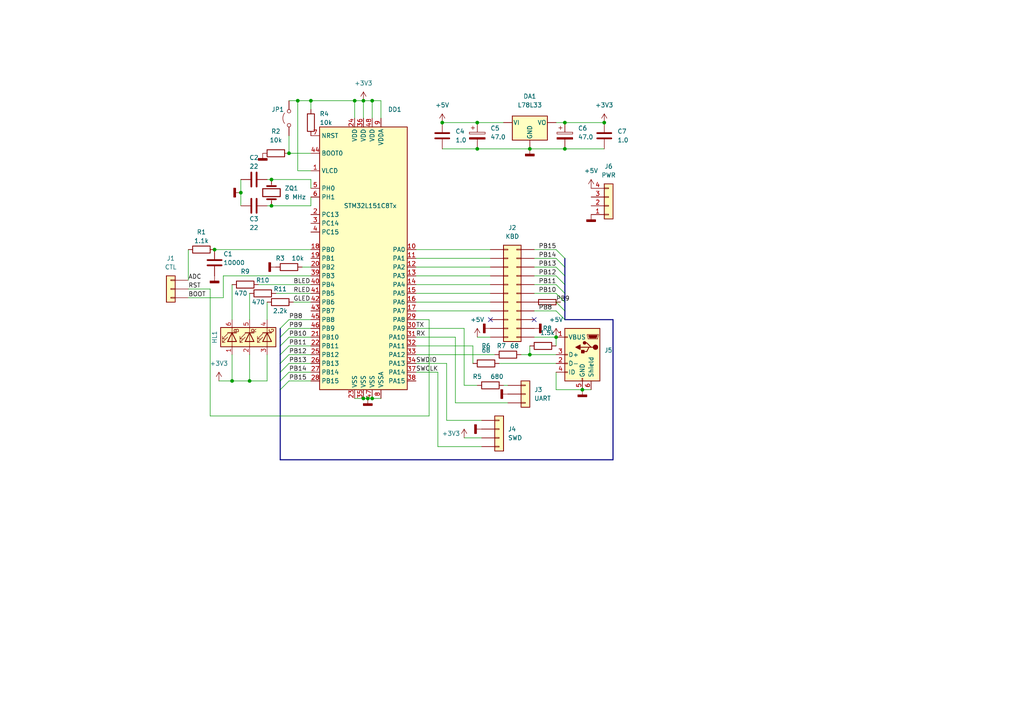
<source format=kicad_sch>
(kicad_sch (version 20211123) (generator eeschema)
  (paper "A4")
  (lib_symbols
    (symbol "Conn_01x04_1" (pin_names (offset 1.016) hide)
      (property "Reference" "J" (at 0 5.08 0))
      (property "Value" "Conn_01x04_1" (at 0 -7.62 0))
      (symbol "Conn_01x04_1_1_1"
        (rectangle (start -1.27 -4.953) (end 0 -5.207) (stroke (width 0.1524)))
        (rectangle (start -1.27 -2.413) (end 0 -2.667) (stroke (width 0.1524)))
        (rectangle (start -1.27 0.127) (end 0 -0.127) (stroke (width 0.1524)))
        (rectangle (start -1.27 2.667) (end 0 2.413) (stroke (width 0.1524)))
        (rectangle (start -1.27 3.81) (end 1.27 -6.35) (stroke (width 0.254)) (fill (type background)))
        (pin passive line (at -5.08 2.54 0) (length 3.81) (name "Pin_1") (number "1"))
        (pin passive line (at -5.08 0 0) (length 3.81) (name "Pin_2") (number "2"))
        (pin passive line (at -5.08 -2.54 0) (length 3.81) (name "Pin_3") (number "3"))
        (pin passive line (at -5.08 -5.08 0) (length 3.81) (name "Pin_4") (number "4"))
      )
    )
    (symbol "Connector:USB_B_Mini" (pin_names (offset 1.016))
      (property "Reference" "J" (at -5.08 11.43 0))
      (property "Value" "USB_B_Mini" (at -5.08 8.89 0))
      (symbol "USB_B_Mini_0_1"
        (rectangle (start -5.08 -7.62) (end 5.08 7.62) (stroke (width 0.254)) (fill (type background)))
        (circle (center -3.81 2.159) (radius 0.635) (stroke (width 0.254)) (fill (type outline)))
        (circle (center -0.635 3.429) (radius 0.381) (stroke (width 0.254)) (fill (type outline)))
        (rectangle (start -0.127 -7.62) (end 0.127 -6.858))
        (polyline (pts (xy -1.905 2.159) (xy 0.635 2.159)) (stroke (width 0.254)))
        (polyline (pts (xy -3.175 2.159) (xy -2.54 2.159) (xy -1.27 3.429) (xy -0.635 3.429)) (stroke (width 0.254)))
        (polyline (pts (xy -2.54 2.159) (xy -1.905 2.159) (xy -1.27 0.889) (xy 0 0.889)) (stroke (width 0.254)))
        (polyline (pts (xy 0.635 2.794) (xy 0.635 1.524) (xy 1.905 2.159) (xy 0.635 2.794)) (stroke (width 0.254)) (fill (type outline)))
        (polyline (pts (xy -4.318 5.588) (xy -1.778 5.588) (xy -2.032 4.826) (xy -4.064 4.826) (xy -4.318 5.588)) (fill (type outline)))
        (polyline (pts (xy -4.699 5.842) (xy -4.699 5.588) (xy -4.445 4.826) (xy -4.445 4.572) (xy -1.651 4.572) (xy -1.651 4.826) (xy -1.397 5.588) (xy -1.397 5.842) (xy -4.699 5.842)))
        (rectangle (start 0.254 1.27) (end -0.508 0.508) (stroke (width 0.254)) (fill (type outline)))
        (rectangle (start 5.08 -5.207) (end 4.318 -4.953))
        (rectangle (start 5.08 -2.667) (end 4.318 -2.413))
        (rectangle (start 5.08 -0.127) (end 4.318 0.127))
        (rectangle (start 5.08 4.953) (end 4.318 5.207))
      )
      (symbol "USB_B_Mini_1_1"
        (pin power_out line (at 7.62 5.08 180) (length 2.54) (name "VBUS") (number "1"))
        (pin bidirectional line (at 7.62 -2.54 180) (length 2.54) (name "D-") (number "2"))
        (pin bidirectional line (at 7.62 0 180) (length 2.54) (name "D+") (number "3"))
        (pin passive line (at 7.62 -5.08 180) (length 2.54) (name "ID") (number "4"))
        (pin power_out line (at 0 -10.16 90) (length 2.54) (name "GND") (number "5"))
        (pin passive line (at -2.54 -10.16 90) (length 2.54) (name "Shield") (number "6"))
      )
    )
    (symbol "Connector_Generic:Conn_01x03" (pin_numbers hide) (pin_names (offset 1.016) hide)
      (property "Reference" "J" (at 0 5.08 0))
      (property "Value" "Conn_01x03" (at 0 -5.08 0))
      (symbol "Conn_01x03_1_1"
        (rectangle (start -1.27 -2.413) (end 0 -2.667) (stroke (width 0.1524)))
        (rectangle (start -1.27 0.127) (end 0 -0.127) (stroke (width 0.1524)))
        (rectangle (start -1.27 2.667) (end 0 2.413) (stroke (width 0.1524)))
        (rectangle (start -1.27 3.81) (end 1.27 -3.81) (stroke (width 0.254)) (fill (type background)))
        (pin passive line (at -5.08 2.54 0) (length 3.81) (name "Pin_1") (number "1"))
        (pin passive line (at -5.08 0 0) (length 3.81) (name "Pin_2") (number "2"))
        (pin passive line (at -5.08 -2.54 0) (length 3.81) (name "Pin_3") (number "3"))
      )
    )
    (symbol "Connector_Generic:Conn_01x04" (pin_numbers hide) (pin_names (offset 1.016) hide)
      (property "Reference" "J" (at 0 5.08 0))
      (property "Value" "Conn_01x04" (at 0 -7.62 0))
      (symbol "Conn_01x04_1_1"
        (rectangle (start -1.27 -4.953) (end 0 -5.207) (stroke (width 0.1524)))
        (rectangle (start -1.27 -2.413) (end 0 -2.667) (stroke (width 0.1524)))
        (rectangle (start -1.27 0.127) (end 0 -0.127) (stroke (width 0.1524)))
        (rectangle (start -1.27 2.667) (end 0 2.413) (stroke (width 0.1524)))
        (rectangle (start -1.27 3.81) (end 1.27 -6.35) (stroke (width 0.254)) (fill (type background)))
        (pin passive line (at -5.08 2.54 0) (length 3.81) (name "Pin_1") (number "1"))
        (pin passive line (at -5.08 0 0) (length 3.81) (name "Pin_2") (number "2"))
        (pin passive line (at -5.08 -2.54 0) (length 3.81) (name "Pin_3") (number "3"))
        (pin passive line (at -5.08 -5.08 0) (length 3.81) (name "Pin_4") (number "4"))
      )
    )
    (symbol "Connector_Generic:Conn_02x11_Odd_Even" (pin_numbers hide) (pin_names (offset 1.016) hide)
      (property "Reference" "J" (at 1.27 15.24 0))
      (property "Value" "Conn_02x11_Odd_Even" (at 1.27 -15.24 0))
      (symbol "Conn_02x11_Odd_Even_1_1"
        (rectangle (start -1.27 -12.573) (end 0 -12.827) (stroke (width 0.1524)))
        (rectangle (start -1.27 -10.033) (end 0 -10.287) (stroke (width 0.1524)))
        (rectangle (start -1.27 -7.493) (end 0 -7.747) (stroke (width 0.1524)))
        (rectangle (start -1.27 -4.953) (end 0 -5.207) (stroke (width 0.1524)))
        (rectangle (start -1.27 -2.413) (end 0 -2.667) (stroke (width 0.1524)))
        (rectangle (start -1.27 0.127) (end 0 -0.127) (stroke (width 0.1524)))
        (rectangle (start -1.27 2.667) (end 0 2.413) (stroke (width 0.1524)))
        (rectangle (start -1.27 5.207) (end 0 4.953) (stroke (width 0.1524)))
        (rectangle (start -1.27 7.747) (end 0 7.493) (stroke (width 0.1524)))
        (rectangle (start -1.27 10.287) (end 0 10.033) (stroke (width 0.1524)))
        (rectangle (start -1.27 12.827) (end 0 12.573) (stroke (width 0.1524)))
        (rectangle (start -1.27 13.97) (end 3.81 -13.97) (stroke (width 0.254)) (fill (type background)))
        (rectangle (start 3.81 -12.573) (end 2.54 -12.827) (stroke (width 0.1524)))
        (rectangle (start 3.81 -10.033) (end 2.54 -10.287) (stroke (width 0.1524)))
        (rectangle (start 3.81 -7.493) (end 2.54 -7.747) (stroke (width 0.1524)))
        (rectangle (start 3.81 -4.953) (end 2.54 -5.207) (stroke (width 0.1524)))
        (rectangle (start 3.81 -2.413) (end 2.54 -2.667) (stroke (width 0.1524)))
        (rectangle (start 3.81 0.127) (end 2.54 -0.127) (stroke (width 0.1524)))
        (rectangle (start 3.81 2.667) (end 2.54 2.413) (stroke (width 0.1524)))
        (rectangle (start 3.81 5.207) (end 2.54 4.953) (stroke (width 0.1524)))
        (rectangle (start 3.81 7.747) (end 2.54 7.493) (stroke (width 0.1524)))
        (rectangle (start 3.81 10.287) (end 2.54 10.033) (stroke (width 0.1524)))
        (rectangle (start 3.81 12.827) (end 2.54 12.573) (stroke (width 0.1524)))
        (pin passive line (at -5.08 12.7 0) (length 3.81) (name "Pin_1") (number "1"))
        (pin passive line (at 7.62 2.54 180) (length 3.81) (name "Pin_10") (number "10"))
        (pin passive line (at -5.08 0 0) (length 3.81) (name "Pin_11") (number "11"))
        (pin passive line (at 7.62 0 180) (length 3.81) (name "Pin_12") (number "12"))
        (pin passive line (at -5.08 -2.54 0) (length 3.81) (name "Pin_13") (number "13"))
        (pin passive line (at 7.62 -2.54 180) (length 3.81) (name "Pin_14") (number "14"))
        (pin passive line (at -5.08 -5.08 0) (length 3.81) (name "Pin_15") (number "15"))
        (pin passive line (at 7.62 -5.08 180) (length 3.81) (name "Pin_16") (number "16"))
        (pin passive line (at -5.08 -7.62 0) (length 3.81) (name "Pin_17") (number "17"))
        (pin passive line (at 7.62 -7.62 180) (length 3.81) (name "Pin_18") (number "18"))
        (pin passive line (at -5.08 -10.16 0) (length 3.81) (name "Pin_19") (number "19"))
        (pin passive line (at 7.62 12.7 180) (length 3.81) (name "Pin_2") (number "2"))
        (pin passive line (at 7.62 -10.16 180) (length 3.81) (name "Pin_20") (number "20"))
        (pin passive line (at -5.08 -12.7 0) (length 3.81) (name "Pin_21") (number "21"))
        (pin passive line (at 7.62 -12.7 180) (length 3.81) (name "Pin_22") (number "22"))
        (pin passive line (at -5.08 10.16 0) (length 3.81) (name "Pin_3") (number "3"))
        (pin passive line (at 7.62 10.16 180) (length 3.81) (name "Pin_4") (number "4"))
        (pin passive line (at -5.08 7.62 0) (length 3.81) (name "Pin_5") (number "5"))
        (pin passive line (at 7.62 7.62 180) (length 3.81) (name "Pin_6") (number "6"))
        (pin passive line (at -5.08 5.08 0) (length 3.81) (name "Pin_7") (number "7"))
        (pin passive line (at 7.62 5.08 180) (length 3.81) (name "Pin_8") (number "8"))
        (pin passive line (at -5.08 2.54 0) (length 3.81) (name "Pin_9") (number "9"))
      )
    )
    (symbol "Device:C" (pin_numbers hide) (pin_names (offset 0.254))
      (property "Reference" "C" (at 0.635 2.54 0))
      (property "Value" "C" (at 0.635 -2.54 0))
      (symbol "C_0_1"
        (polyline (pts (xy -2.032 -0.762) (xy 2.032 -0.762)) (stroke (width 0.508)))
        (polyline (pts (xy -2.032 0.762) (xy 2.032 0.762)) (stroke (width 0.508)))
      )
      (symbol "C_1_1"
        (pin passive line (at 0 3.81 270) (length 2.794) (name "~") (number "1"))
        (pin passive line (at 0 -3.81 90) (length 2.794) (name "~") (number "2"))
      )
    )
    (symbol "Device:C_Polarized" (pin_numbers hide) (pin_names (offset 0.254))
      (property "Reference" "C" (at 0.635 2.54 0))
      (property "Value" "C_Polarized" (at 0.635 -2.54 0))
      (symbol "C_Polarized_0_1"
        (rectangle (start -2.286 0.508) (end 2.286 1.016))
        (polyline (pts (xy -1.778 2.286) (xy -0.762 2.286)))
        (polyline (pts (xy -1.27 2.794) (xy -1.27 1.778)))
        (rectangle (start 2.286 -0.508) (end -2.286 -1.016) (fill (type outline)))
      )
      (symbol "C_Polarized_1_1"
        (pin passive line (at 0 3.81 270) (length 2.794) (name "~") (number "1"))
        (pin passive line (at 0 -3.81 90) (length 2.794) (name "~") (number "2"))
      )
    )
    (symbol "Device:Crystal" (pin_numbers hide) (pin_names (offset 1.016) hide)
      (property "Reference" "Y" (at 0 3.81 0))
      (property "Value" "Crystal" (at 0 -3.81 0))
      (symbol "Crystal_0_1"
        (rectangle (start -1.143 2.54) (end 1.143 -2.54) (stroke (width 0.3048)))
        (polyline (pts (xy -2.54 0) (xy -1.905 0)))
        (polyline (pts (xy -1.905 -1.27) (xy -1.905 1.27)) (stroke (width 0.508)))
        (polyline (pts (xy 1.905 -1.27) (xy 1.905 1.27)) (stroke (width 0.508)))
        (polyline (pts (xy 2.54 0) (xy 1.905 0)))
      )
      (symbol "Crystal_1_1"
        (pin passive line (at -3.81 0 0) (length 1.27) (name "1") (number "1"))
        (pin passive line (at 3.81 0 180) (length 1.27) (name "2") (number "2"))
      )
    )
    (symbol "Device:Fuse" (pin_numbers hide) (pin_names (offset 0))
      (property "Reference" "F" (at 2.032 0 90))
      (property "Value" "Fuse" (at -1.905 0 90))
      (symbol "Fuse_0_1"
        (rectangle (start -0.762 -2.54) (end 0.762 2.54) (stroke (width 0.254)))
        (polyline (pts (xy 0 2.54) (xy 0 -2.54)))
      )
      (symbol "Fuse_1_1"
        (pin passive line (at 0 3.81 270) (length 1.27) (name "~") (number "1"))
        (pin passive line (at 0 -3.81 90) (length 1.27) (name "~") (number "2"))
      )
    )
    (symbol "Device:R" (pin_numbers hide) (pin_names (offset 0))
      (property "Reference" "R" (at 2.032 0 90))
      (property "Value" "R" (at 0 0 90))
      (symbol "R_0_1"
        (rectangle (start -1.016 -2.54) (end 1.016 2.54) (stroke (width 0.254)))
      )
      (symbol "R_1_1"
        (pin passive line (at 0 3.81 270) (length 1.27) (name "~") (number "1"))
        (pin passive line (at 0 -3.81 90) (length 1.27) (name "~") (number "2"))
      )
    )
    (symbol "Jumper:Jumper_2_Open" (pin_numbers hide) (pin_names (offset 0) hide)
      (property "Reference" "JP" (at 0 2.794 0))
      (property "Value" "Jumper_2_Open" (at 0 -2.286 0))
      (symbol "Jumper_2_Open_0_0"
        (circle (center -2.032 0) (radius 0.508))
        (circle (center 2.032 0) (radius 0.508))
      )
      (symbol "Jumper_2_Open_0_1"
        (arc (start 1.524 1.27) (mid 0 1.778) (end -1.524 1.27))
      )
      (symbol "Jumper_2_Open_1_1"
        (pin passive line (at -5.08 0 0) (length 2.54) (name "A") (number "1"))
        (pin passive line (at 5.08 0 180) (length 2.54) (name "B") (number "2"))
      )
    )
    (symbol "LED:SMLVN6RGB" (pin_names (offset 0) hide)
      (property "Reference" "D" (at 0 12.7 0))
      (property "Value" "SMLVN6RGB" (at 0 10.16 0))
      (symbol "SMLVN6RGB_0_0"
        (text "B" (at 1.905 3.81 0) (effects (font (size 1.27 1.27))))
        (text "G" (at 1.905 -6.35 0) (effects (font (size 1.27 1.27))))
        (text "R" (at 1.905 -1.27 0) (effects (font (size 1.27 1.27))))
      )
      (symbol "SMLVN6RGB_0_1"
        (rectangle (start -2.794 8.382) (end 2.794 -7.62) (stroke (width 0.254)) (fill (type background)))
        (rectangle (start -1.27 -1.27) (end -1.27 1.27))
        (rectangle (start -1.27 1.27) (end -1.27 1.27))
        (rectangle (start -1.27 3.81) (end -1.27 6.35))
        (rectangle (start -1.27 6.35) (end -1.27 6.35))
        (polyline (pts (xy -1.27 -5.08) (xy -2.54 -5.08)))
        (polyline (pts (xy -1.27 0) (xy -2.54 0)))
        (polyline (pts (xy -1.27 0) (xy 1.27 0)))
        (polyline (pts (xy -1.27 5.08) (xy -2.54 5.08)))
        (polyline (pts (xy 1.27 -5.08) (xy -1.27 -5.08)))
        (polyline (pts (xy 1.27 -5.08) (xy 2.54 -5.08)))
        (polyline (pts (xy 1.27 -3.81) (xy 1.27 -6.35)) (stroke (width 0.254)))
        (polyline (pts (xy 1.27 0) (xy 2.54 0)))
        (polyline (pts (xy 1.27 1.27) (xy 1.27 -1.27)) (stroke (width 0.254)))
        (polyline (pts (xy 1.27 5.08) (xy -1.27 5.08)))
        (polyline (pts (xy 1.27 5.08) (xy 2.54 5.08)))
        (polyline (pts (xy 1.27 6.35) (xy 1.27 3.81)) (stroke (width 0.254)))
        (polyline (pts (xy 1.27 1.27) (xy 1.27 -1.27) (xy 1.27 -1.27)))
        (polyline (pts (xy 1.27 6.35) (xy 1.27 3.81) (xy 1.27 3.81)))
        (polyline (pts (xy -1.27 -3.81) (xy -1.27 -6.35) (xy 1.27 -5.08) (xy -1.27 -3.81)) (stroke (width 0.254)))
        (polyline (pts (xy -1.27 1.27) (xy -1.27 -1.27) (xy 1.27 0) (xy -1.27 1.27)) (stroke (width 0.254)))
        (polyline (pts (xy -1.27 6.35) (xy -1.27 3.81) (xy 1.27 5.08) (xy -1.27 6.35)) (stroke (width 0.254)))
        (polyline (pts (xy 0 -3.81) (xy -1.524 -2.286) (xy -0.762 -2.286) (xy -1.524 -2.286) (xy -1.524 -3.048)))
        (polyline (pts (xy 0 1.27) (xy -1.524 2.794) (xy -0.762 2.794) (xy -1.524 2.794) (xy -1.524 2.032)))
        (polyline (pts (xy 0 6.35) (xy -1.524 7.874) (xy -0.762 7.874) (xy -1.524 7.874) (xy -1.524 7.112)))
        (polyline (pts (xy 1.016 -3.81) (xy -0.508 -2.286) (xy 0.254 -2.286) (xy -0.508 -2.286) (xy -0.508 -3.048)))
        (polyline (pts (xy 1.016 1.27) (xy -0.508 2.794) (xy 0.254 2.794) (xy -0.508 2.794) (xy -0.508 2.032)))
        (polyline (pts (xy 1.016 6.35) (xy -0.508 7.874) (xy 0.254 7.874) (xy -0.508 7.874) (xy -0.508 7.112)))
      )
      (symbol "SMLVN6RGB_1_1"
        (pin passive line (at -5.08 5.08 0) (length 2.54) (name "BA") (number "1"))
        (pin passive line (at -5.08 0 0) (length 2.54) (name "RA") (number "2"))
        (pin passive line (at -5.08 -5.08 0) (length 2.54) (name "GA") (number "3"))
        (pin passive line (at 5.08 -5.08 180) (length 2.54) (name "GK") (number "4"))
        (pin passive line (at 5.08 0 180) (length 2.54) (name "RK") (number "5"))
        (pin passive line (at 5.08 5.08 180) (length 2.54) (name "BK") (number "6"))
      )
    )
    (symbol "MCU_ST_STM32L1:STM32L151C8Tx"
      (property "Reference" "U" (at -12.7 39.37 0))
      (property "Value" "STM32L151C8Tx" (at 7.62 39.37 0))
      (symbol "STM32L151C8Tx_0_1"
        (rectangle (start -12.7 -38.1) (end 12.7 38.1) (stroke (width 0.254)) (fill (type background)))
      )
      (symbol "STM32L151C8Tx_1_1"
        (pin power_in line (at -15.24 25.4 0) (length 2.54) (name "VLCD") (number "1"))
        (pin bidirectional line (at 15.24 2.54 180) (length 2.54) (name "PA0") (number "10"))
        (pin bidirectional line (at 15.24 0 180) (length 2.54) (name "PA1") (number "11"))
        (pin bidirectional line (at 15.24 -2.54 180) (length 2.54) (name "PA2") (number "12"))
        (pin bidirectional line (at 15.24 -5.08 180) (length 2.54) (name "PA3") (number "13"))
        (pin bidirectional line (at 15.24 -7.62 180) (length 2.54) (name "PA4") (number "14"))
        (pin bidirectional line (at 15.24 -10.16 180) (length 2.54) (name "PA5") (number "15"))
        (pin bidirectional line (at 15.24 -12.7 180) (length 2.54) (name "PA6") (number "16"))
        (pin bidirectional line (at 15.24 -15.24 180) (length 2.54) (name "PA7") (number "17"))
        (pin bidirectional line (at -15.24 2.54 0) (length 2.54) (name "PB0") (number "18"))
        (pin bidirectional line (at -15.24 0 0) (length 2.54) (name "PB1") (number "19"))
        (pin bidirectional line (at -15.24 12.7 0) (length 2.54) (name "PC13") (number "2"))
        (pin bidirectional line (at -15.24 -2.54 0) (length 2.54) (name "PB2") (number "20"))
        (pin bidirectional line (at -15.24 -22.86 0) (length 2.54) (name "PB10") (number "21"))
        (pin bidirectional line (at -15.24 -25.4 0) (length 2.54) (name "PB11") (number "22"))
        (pin power_in line (at -2.54 -40.64 90) (length 2.54) (name "VSS") (number "23"))
        (pin power_in line (at -2.54 40.64 270) (length 2.54) (name "VDD") (number "24"))
        (pin bidirectional line (at -15.24 -27.94 0) (length 2.54) (name "PB12") (number "25"))
        (pin bidirectional line (at -15.24 -30.48 0) (length 2.54) (name "PB13") (number "26"))
        (pin bidirectional line (at -15.24 -33.02 0) (length 2.54) (name "PB14") (number "27"))
        (pin bidirectional line (at -15.24 -35.56 0) (length 2.54) (name "PB15") (number "28"))
        (pin bidirectional line (at 15.24 -17.78 180) (length 2.54) (name "PA8") (number "29"))
        (pin bidirectional line (at -15.24 10.16 0) (length 2.54) (name "PC14") (number "3"))
        (pin bidirectional line (at 15.24 -20.32 180) (length 2.54) (name "PA9") (number "30"))
        (pin bidirectional line (at 15.24 -22.86 180) (length 2.54) (name "PA10") (number "31"))
        (pin bidirectional line (at 15.24 -25.4 180) (length 2.54) (name "PA11") (number "32"))
        (pin bidirectional line (at 15.24 -27.94 180) (length 2.54) (name "PA12") (number "33"))
        (pin bidirectional line (at 15.24 -30.48 180) (length 2.54) (name "PA13") (number "34"))
        (pin power_in line (at 0 -40.64 90) (length 2.54) (name "VSS") (number "35"))
        (pin power_in line (at 0 40.64 270) (length 2.54) (name "VDD") (number "36"))
        (pin bidirectional line (at 15.24 -33.02 180) (length 2.54) (name "PA14") (number "37"))
        (pin bidirectional line (at 15.24 -35.56 180) (length 2.54) (name "PA15") (number "38"))
        (pin bidirectional line (at -15.24 -5.08 0) (length 2.54) (name "PB3") (number "39"))
        (pin bidirectional line (at -15.24 7.62 0) (length 2.54) (name "PC15") (number "4"))
        (pin bidirectional line (at -15.24 -7.62 0) (length 2.54) (name "PB4") (number "40"))
        (pin bidirectional line (at -15.24 -10.16 0) (length 2.54) (name "PB5") (number "41"))
        (pin bidirectional line (at -15.24 -12.7 0) (length 2.54) (name "PB6") (number "42"))
        (pin bidirectional line (at -15.24 -15.24 0) (length 2.54) (name "PB7") (number "43"))
        (pin input line (at -15.24 30.48 0) (length 2.54) (name "BOOT0") (number "44"))
        (pin bidirectional line (at -15.24 -17.78 0) (length 2.54) (name "PB8") (number "45"))
        (pin bidirectional line (at -15.24 -20.32 0) (length 2.54) (name "PB9") (number "46"))
        (pin power_in line (at 2.54 -40.64 90) (length 2.54) (name "VSS") (number "47"))
        (pin power_in line (at 2.54 40.64 270) (length 2.54) (name "VDD") (number "48"))
        (pin input line (at -15.24 20.32 0) (length 2.54) (name "PH0") (number "5"))
        (pin input line (at -15.24 17.78 0) (length 2.54) (name "PH1") (number "6"))
        (pin input line (at -15.24 35.56 0) (length 2.54) (name "NRST") (number "7"))
        (pin power_in line (at 5.08 -40.64 90) (length 2.54) (name "VSSA") (number "8"))
        (pin power_in line (at 5.08 40.64 270) (length 2.54) (name "VDDA") (number "9"))
      )
    )
    (symbol "Regulator_Linear:L78L33_TO92" (pin_numbers hide) (pin_names (offset 0.254))
      (property "Reference" "U" (at -3.81 3.175 0))
      (property "Value" "L78L33_TO92" (at 0 3.175 0))
      (symbol "L78L33_TO92_0_1"
        (rectangle (start -5.08 -5.08) (end 5.08 1.905) (stroke (width 0.254)) (fill (type background)))
      )
      (symbol "L78L33_TO92_1_1"
        (pin power_out line (at 7.62 0 180) (length 2.54) (name "VO") (number "1"))
        (pin power_in line (at 0 -7.62 90) (length 2.54) (name "GND") (number "2"))
        (pin power_in line (at -7.62 0 0) (length 2.54) (name "VI") (number "3"))
      )
    )
    (symbol "power:+3.3V" (power) (pin_names (offset 0))
      (property "Value" "+3.3V" (at 0 3.556 0))
      (symbol "+3.3V_0_1"
        (polyline (pts (xy -0.762 1.27) (xy 0 2.54)))
        (polyline (pts (xy 0 0) (xy 0 2.54)))
        (polyline (pts (xy 0 2.54) (xy 0.762 1.27)))
      )
      (symbol "+3.3V_1_1"
        (pin power_in line (at 0 0 90) (length 0) hide (name "+3V3") (number "1"))
      )
    )
    (symbol "power:+5V" (power) (pin_names (offset 0))
      (property "Value" "+5V" (at 0 3.556 0))
      (symbol "+5V_0_1"
        (polyline (pts (xy -0.762 1.27) (xy 0 2.54)))
        (polyline (pts (xy 0 0) (xy 0 2.54)))
        (polyline (pts (xy 0 2.54) (xy 0.762 1.27)))
      )
      (symbol "+5V_1_1"
        (pin power_in line (at 0 0 90) (length 0) hide (name "+5V") (number "1"))
      )
    )
    (symbol "power:GNDD" (power) (pin_names (offset 0))
      (property "Value" "GNDD" (at 0 -3.175 0))
      (symbol "GNDD_0_1"
        (rectangle (start -1.27 -1.524) (end 1.27 -2.032) (stroke (width 0.254)) (fill (type outline)))
        (polyline (pts (xy 0 0) (xy 0 -1.524)))
      )
      (symbol "GNDD_1_1"
        (pin power_in line (at 0 0 270) (length 0) hide (name "GNDD") (number "1"))
      )
    )
  )
  (junction (at 107.95 29.21))
  (junction (at 106.68 115.57))
  (junction (at 78.74 59.69))
  (junction (at 168.91 113.03))
  (junction (at 69.85 55.88))
  (junction (at 153.67 43.18))
  (junction (at 138.43 43.18))
  (junction (at 72.39 110.49))
  (junction (at 102.87 29.21))
  (junction (at 83.82 44.45))
  (junction (at 105.41 29.21))
  (junction (at 78.74 52.07))
  (junction (at 163.83 35.56))
  (junction (at 128.27 35.56))
  (junction (at 153.67 102.87))
  (junction (at 107.95 115.57))
  (junction (at 86.36 29.21))
  (junction (at 175.26 35.56))
  (junction (at 161.29 97.79))
  (junction (at 67.31 110.49))
  (junction (at 62.23 72.39))
  (junction (at 105.41 115.57))
  (junction (at 90.17 29.21))
  (junction (at 138.43 35.56))
  (junction (at 163.83 43.18))
  (no_connect (at 154.94 92.71))
  (no_connect (at 142.24 92.71))
  (bus_entry (at 161.29 90.17) (size 2.54 2.54))
  (bus_entry (at 161.29 82.55) (size 2.54 2.54))
  (bus_entry (at 161.29 85.09) (size 2.54 2.54))
  (bus_entry (at 161.29 87.63) (size 2.54 2.54))
  (bus_entry (at 161.29 72.39) (size 2.54 2.54))
  (bus_entry (at 161.29 74.93) (size 2.54 2.54))
  (bus_entry (at 161.29 77.47) (size 2.54 2.54))
  (bus_entry (at 161.29 80.01) (size 2.54 2.54))
  (bus_entry (at 81.28 95.25) (size 2.54 -2.54))
  (bus_entry (at 81.28 107.95) (size 2.54 -2.54))
  (bus_entry (at 81.28 110.49) (size 2.54 -2.54))
  (bus_entry (at 81.28 113.03) (size 2.54 -2.54))
  (bus_entry (at 81.28 102.87) (size 2.54 -2.54))
  (bus_entry (at 81.28 105.41) (size 2.54 -2.54))
  (bus_entry (at 81.28 97.79) (size 2.54 -2.54))
  (bus_entry (at 81.28 100.33) (size 2.54 -2.54))
  (wire (pts (xy 105.41 115.57) (xy 106.68 115.57)))
  (bus (pts (xy 81.28 105.41) (xy 81.28 107.95)))
  (wire (pts (xy 83.82 107.95) (xy 90.17 107.95)))
  (bus (pts (xy 163.83 80.01) (xy 163.83 82.55)))
  (wire (pts (xy 107.95 29.21) (xy 105.41 29.21)))
  (wire (pts (xy 129.54 121.92) (xy 139.7 121.92)))
  (bus (pts (xy 177.8 133.35) (xy 177.8 92.71)))
  (bus (pts (xy 163.83 77.47) (xy 163.83 80.01)))
  (wire (pts (xy 83.82 110.49) (xy 90.17 110.49)))
  (wire (pts (xy 120.65 107.95) (xy 127 107.95)))
  (wire (pts (xy 163.83 35.56) (xy 175.26 35.56)))
  (wire (pts (xy 163.83 43.18) (xy 175.26 43.18)))
  (wire (pts (xy 90.17 80.01) (xy 64.77 80.01)))
  (wire (pts (xy 102.87 29.21) (xy 102.87 34.29)))
  (wire (pts (xy 132.08 97.79) (xy 132.08 116.84)))
  (bus (pts (xy 163.83 87.63) (xy 163.83 90.17)))
  (wire (pts (xy 83.82 100.33) (xy 90.17 100.33)))
  (wire (pts (xy 120.65 80.01) (xy 142.24 80.01)))
  (wire (pts (xy 153.67 100.33) (xy 153.67 102.87)))
  (wire (pts (xy 120.65 102.87) (xy 143.51 102.87)))
  (wire (pts (xy 120.65 87.63) (xy 142.24 87.63)))
  (bus (pts (xy 163.83 74.93) (xy 163.83 77.47)))
  (wire (pts (xy 83.82 92.71) (xy 90.17 92.71)))
  (wire (pts (xy 132.08 116.84) (xy 147.32 116.84)))
  (wire (pts (xy 154.94 74.93) (xy 161.29 74.93)))
  (wire (pts (xy 102.87 29.21) (xy 105.41 29.21)))
  (wire (pts (xy 134.62 111.76) (xy 134.62 95.25)))
  (wire (pts (xy 67.31 82.55) (xy 67.31 92.71)))
  (wire (pts (xy 154.94 72.39) (xy 161.29 72.39)))
  (wire (pts (xy 54.61 83.82) (xy 60.96 83.82)))
  (wire (pts (xy 86.36 29.21) (xy 86.36 49.53)))
  (wire (pts (xy 78.74 59.69) (xy 90.17 59.69)))
  (wire (pts (xy 78.74 52.07) (xy 90.17 52.07)))
  (wire (pts (xy 86.36 49.53) (xy 90.17 49.53)))
  (wire (pts (xy 138.43 43.18) (xy 153.67 43.18)))
  (wire (pts (xy 151.13 102.87) (xy 153.67 102.87)))
  (wire (pts (xy 83.82 95.25) (xy 90.17 95.25)))
  (bus (pts (xy 81.28 110.49) (xy 81.28 113.03)))
  (wire (pts (xy 54.61 72.39) (xy 54.61 81.28)))
  (wire (pts (xy 120.65 72.39) (xy 142.24 72.39)))
  (bus (pts (xy 163.83 82.55) (xy 163.83 85.09)))
  (wire (pts (xy 69.85 52.07) (xy 69.85 55.88)))
  (bus (pts (xy 81.28 97.79) (xy 81.28 100.33)))
  (wire (pts (xy 90.17 29.21) (xy 90.17 31.75)))
  (wire (pts (xy 72.39 85.09) (xy 72.39 92.71)))
  (wire (pts (xy 77.47 52.07) (xy 78.74 52.07)))
  (wire (pts (xy 64.77 80.01) (xy 64.77 86.36)))
  (wire (pts (xy 124.46 120.65) (xy 60.96 120.65)))
  (bus (pts (xy 81.28 102.87) (xy 81.28 105.41)))
  (wire (pts (xy 134.62 95.25) (xy 120.65 95.25)))
  (wire (pts (xy 106.68 115.57) (xy 107.95 115.57)))
  (wire (pts (xy 77.47 102.87) (xy 77.47 110.49)))
  (wire (pts (xy 134.62 127) (xy 139.7 127)))
  (wire (pts (xy 161.29 87.63) (xy 162.56 87.63)))
  (wire (pts (xy 120.65 85.09) (xy 142.24 85.09)))
  (wire (pts (xy 83.82 102.87) (xy 90.17 102.87)))
  (wire (pts (xy 80.01 85.09) (xy 90.17 85.09)))
  (wire (pts (xy 161.29 113.03) (xy 168.91 113.03)))
  (wire (pts (xy 62.23 72.39) (xy 90.17 72.39)))
  (wire (pts (xy 83.82 44.45) (xy 90.17 44.45)))
  (wire (pts (xy 77.47 59.69) (xy 78.74 59.69)))
  (bus (pts (xy 81.28 95.25) (xy 81.28 97.79)))
  (wire (pts (xy 60.96 83.82) (xy 60.96 120.65)))
  (wire (pts (xy 110.49 34.29) (xy 110.49 29.21)))
  (wire (pts (xy 138.43 35.56) (xy 146.05 35.56)))
  (wire (pts (xy 120.65 97.79) (xy 132.08 97.79)))
  (bus (pts (xy 177.8 92.71) (xy 163.83 92.71)))
  (wire (pts (xy 83.82 39.37) (xy 83.82 44.45)))
  (wire (pts (xy 138.43 111.76) (xy 134.62 111.76)))
  (wire (pts (xy 105.41 29.21) (xy 105.41 34.29)))
  (bus (pts (xy 81.28 113.03) (xy 81.28 133.35)))
  (wire (pts (xy 63.5 110.49) (xy 67.31 110.49)))
  (wire (pts (xy 120.65 92.71) (xy 124.46 92.71)))
  (bus (pts (xy 81.28 100.33) (xy 81.28 102.87)))
  (wire (pts (xy 120.65 77.47) (xy 142.24 77.47)))
  (wire (pts (xy 120.65 82.55) (xy 142.24 82.55)))
  (bus (pts (xy 81.28 107.95) (xy 81.28 110.49)))
  (wire (pts (xy 168.91 113.03) (xy 171.45 113.03)))
  (wire (pts (xy 146.05 111.76) (xy 147.32 111.76)))
  (wire (pts (xy 64.77 86.36) (xy 54.61 86.36)))
  (wire (pts (xy 161.29 35.56) (xy 163.83 35.56)))
  (wire (pts (xy 161.29 107.95) (xy 161.29 113.03)))
  (bus (pts (xy 163.83 90.17) (xy 163.83 92.71)))
  (wire (pts (xy 83.82 29.21) (xy 86.36 29.21)))
  (wire (pts (xy 83.82 97.79) (xy 90.17 97.79)))
  (wire (pts (xy 74.93 82.55) (xy 90.17 82.55)))
  (wire (pts (xy 86.36 29.21) (xy 90.17 29.21)))
  (wire (pts (xy 87.63 77.47) (xy 90.17 77.47)))
  (wire (pts (xy 161.29 97.79) (xy 161.29 100.33)))
  (wire (pts (xy 90.17 59.69) (xy 90.17 57.15)))
  (wire (pts (xy 120.65 100.33) (xy 137.16 100.33)))
  (wire (pts (xy 124.46 92.71) (xy 124.46 120.65)))
  (wire (pts (xy 154.94 90.17) (xy 161.29 90.17)))
  (wire (pts (xy 107.95 34.29) (xy 107.95 29.21)))
  (wire (pts (xy 153.67 102.87) (xy 161.29 102.87)))
  (wire (pts (xy 69.85 55.88) (xy 69.85 59.69)))
  (wire (pts (xy 90.17 29.21) (xy 102.87 29.21)))
  (wire (pts (xy 127 129.54) (xy 139.7 129.54)))
  (wire (pts (xy 90.17 52.07) (xy 90.17 54.61)))
  (wire (pts (xy 85.09 87.63) (xy 90.17 87.63)))
  (wire (pts (xy 137.16 100.33) (xy 137.16 105.41)))
  (wire (pts (xy 120.65 90.17) (xy 142.24 90.17)))
  (wire (pts (xy 102.87 115.57) (xy 105.41 115.57)))
  (wire (pts (xy 72.39 102.87) (xy 72.39 110.49)))
  (wire (pts (xy 144.78 105.41) (xy 161.29 105.41)))
  (wire (pts (xy 107.95 115.57) (xy 110.49 115.57)))
  (wire (pts (xy 127 107.95) (xy 127 129.54)))
  (wire (pts (xy 72.39 110.49) (xy 77.47 110.49)))
  (wire (pts (xy 83.82 105.41) (xy 90.17 105.41)))
  (wire (pts (xy 128.27 43.18) (xy 138.43 43.18)))
  (wire (pts (xy 120.65 105.41) (xy 129.54 105.41)))
  (wire (pts (xy 128.27 35.56) (xy 138.43 35.56)))
  (wire (pts (xy 154.94 97.79) (xy 161.29 97.79)))
  (wire (pts (xy 138.43 97.79) (xy 142.24 97.79)))
  (wire (pts (xy 153.67 43.18) (xy 163.83 43.18)))
  (wire (pts (xy 120.65 74.93) (xy 142.24 74.93)))
  (wire (pts (xy 67.31 110.49) (xy 72.39 110.49)))
  (wire (pts (xy 154.94 85.09) (xy 161.29 85.09)))
  (wire (pts (xy 154.94 77.47) (xy 161.29 77.47)))
  (bus (pts (xy 81.28 133.35) (xy 177.8 133.35)))
  (bus (pts (xy 163.83 85.09) (xy 163.83 87.63)))
  (wire (pts (xy 77.47 87.63) (xy 77.47 92.71)))
  (wire (pts (xy 67.31 102.87) (xy 67.31 110.49)))
  (wire (pts (xy 154.94 80.01) (xy 161.29 80.01)))
  (wire (pts (xy 154.94 82.55) (xy 161.29 82.55)))
  (wire (pts (xy 129.54 105.41) (xy 129.54 121.92)))
  (wire (pts (xy 110.49 29.21) (xy 107.95 29.21)))
  (label "PB14" (at 156.21 74.93 0))
  (label "PB12" (at 83.82 102.87 0))
  (label "SWDIO" (at 120.65 105.41 0))
  (label "PB11" (at 156.21 82.55 0))
  (label "PB11" (at 83.82 100.33 0))
  (label "PB8" (at 83.82 92.71 0))
  (label "GLED" (at 85.09 87.63 0))
  (label "PB15" (at 156.21 72.39 0))
  (label "TX" (at 120.65 95.25 0))
  (label "ADC" (at 54.61 81.28 0))
  (label "RLED" (at 85.09 85.09 0))
  (label "PB13" (at 156.21 77.47 0))
  (label "PB14" (at 83.82 107.95 0))
  (label "PB15" (at 83.82 110.49 0))
  (label "RX" (at 120.65 97.79 0))
  (label "PB10" (at 83.82 97.79 0))
  (label "BLED" (at 85.09 82.55 0))
  (label "SWCLK" (at 120.65 107.95 0))
  (label "BOOT" (at 54.61 86.36 0))
  (label "PB13" (at 83.82 105.41 0))
  (label "RST" (at 54.61 83.82 0))
  (label "PB9" (at 83.82 95.25 0))
  (label "PB9" (at 161.29 87.63 0))
  (label "PB12" (at 156.21 80.01 0))
  (label "PB10" (at 156.21 85.09 0))
  (label "PB8" (at 156.21 90.17 0))
  (symbol (lib_id "power:GNDD") (at 106.68 115.57 0) (unit 1)
    (property "Reference" "#PWR0101" (effects hide))
    (property "Value" "GNDD" (effects hide))
  )
  (symbol (lib_id "Device:C") (at 175.26 39.37 180) (unit 1)
    (property "Reference" "C7" (at 179.07 38.0999 0) (effects (justify right)))
    (property "Value" "1.0" (at 179.07 40.6399 0) (effects (justify right)))
    (property "Footprint" "Capacitor_THT:C_Disc_D7.5mm_W2.5mm_P5.00mm" (effects hide))
  )
  (symbol (lib_id "power:+3.3V") (at 175.26 35.56 0) (unit 1)
    (property "Reference" "#PWR0104" (effects hide))
    (property "Value" "+3.3V" (at 175.26 30.48 0))
  )
  (symbol (lib_id "Connector_Generic:Conn_02x11_Odd_Even") (at 147.32 85.09 0) (unit 1)
    (property "Reference" "J2" (at 148.59 66.04 0))
    (property "Value" "KBD" (at 148.59 68.58 0))
    (property "Footprint" "Connector_PinHeader_2.54mm:PinHeader_2x11_P2.54mm_Horizontal" (effects hide))
  )
  (symbol (lib_id "power:GNDD") (at 69.85 55.88 270) (unit 1)
    (property "Reference" "#PWR0116" (effects hide))
    (property "Value" "GNDD" (effects hide))
  )
  (symbol (lib_id "Device:R") (at 80.01 44.45 90) (unit 1)
    (property "Reference" "R2" (at 80.01 38.1 90))
    (property "Value" "10k" (at 80.01 40.64 90))
    (property "Footprint" "Resistor_SMD:R_0805_2012Metric" (effects hide))
  )
  (symbol (lib_id "Device:C") (at 73.66 52.07 270) (unit 1)
    (property "Reference" "C2" (at 73.66 45.72 90))
    (property "Value" "22" (at 73.66 48.26 90))
    (property "Footprint" "Capacitor_THT:C_Disc_D3.4mm_W2.1mm_P2.50mm" (effects hide))
  )
  (symbol (lib_id "Device:C_Polarized") (at 138.43 39.37 0) (unit 1)
    (property "Reference" "C5" (at 142.24 37.2109 0) (effects (justify left)))
    (property "Value" "47.0" (at 142.24 39.7509 0) (effects (justify left)))
    (property "Footprint" "Capacitor_THT:CP_Radial_D6.3mm_P2.50mm" (effects hide))
  )
  (symbol (lib_id "power:GNDD") (at 139.7 124.46 270) (unit 1)
    (property "Reference" "#PWR0112" (effects hide))
    (property "Value" "GNDD" (effects hide))
  )
  (symbol (lib_id "Device:Crystal") (at 78.74 55.88 90) (unit 1)
    (property "Reference" "ZQ1" (at 82.55 54.6099 90) (effects (justify right)))
    (property "Value" "8 MHz" (at 82.55 57.1499 90) (effects (justify right)))
    (property "Footprint" "Crystal:Crystal_HC18-U_Vertical" (effects hide))
  )
  (symbol (lib_id "Device:Fuse") (at 158.75 87.63 90) (unit 1)
    (property "Reference" "R12" (effects hide))
    (property "Value" "Fuse" (effects hide))
    (property "Footprint" "Resistor_SMD:R_0805_2012Metric" (effects hide))
  )
  (symbol (lib_id "power:GNDD") (at 62.23 80.01 0) (unit 1)
    (property "Reference" "#PWR0118" (effects hide))
    (property "Value" "GNDD" (effects hide))
  )
  (symbol (lib_id "LED:SMLVN6RGB") (at 72.39 97.79 90) (unit 1)
    (property "Reference" "HL1" (at 62.23 97.79 0))
    (property "Value" "SMLVN6RGB" (effects hide))
    (property "Footprint" "LED_SMD:LED_RGB_Cree-PLCC-6_6x5mm_P2.1mm" (effects hide))
    (property "Datasheet" "https://www.rohm.com/datasheet/SMLVN6RGB1U" (effects hide))
  )
  (symbol (lib_id "Device:R") (at 81.28 87.63 90) (unit 1)
    (property "Reference" "R11" (at 81.28 83.82 90))
    (property "Value" "2.2k" (at 81.28 90.17 90))
    (property "Footprint" "Resistor_SMD:R_0805_2012Metric" (effects hide))
  )
  (symbol (lib_id "Device:R") (at 58.42 72.39 90) (unit 1)
    (property "Reference" "R1" (at 58.42 67.31 90))
    (property "Value" "1.1k" (at 58.42 69.85 90))
    (property "Footprint" "Resistor_THT:R_Axial_DIN0414_L11.9mm_D4.5mm_P15.24mm_Horizontal" (effects hide))
  )
  (symbol (lib_id "Device:R") (at 90.17 35.56 180) (unit 1)
    (property "Reference" "R4" (at 92.71 33.02 0) (effects (justify right)))
    (property "Value" "10k" (at 92.71 35.56 0) (effects (justify right)))
    (property "Footprint" "Resistor_SMD:R_0805_2012Metric" (effects hide))
  )
  (symbol (lib_id "power:+5V") (at 161.29 97.79 0) (unit 1)
    (property "Reference" "#PWR0102" (effects hide))
    (property "Value" "+5V" (at 161.29 92.71 0))
  )
  (symbol (lib_id "Device:C") (at 128.27 39.37 180) (unit 1)
    (property "Reference" "C4" (at 132.08 38.0999 0) (effects (justify right)))
    (property "Value" "1.0" (at 132.08 40.6399 0) (effects (justify right)))
    (property "Footprint" "Capacitor_THT:C_Disc_D7.5mm_W2.5mm_P5.00mm" (effects hide))
  )
  (symbol (lib_id "Device:R") (at 71.12 82.55 90) (unit 1)
    (property "Reference" "R9" (at 71.12 78.74 90))
    (property "Value" "470" (at 69.85 85.09 90))
    (property "Footprint" "Resistor_SMD:R_0805_2012Metric" (effects hide))
  )
  (symbol (lib_id "Connector_Generic:Conn_01x04") (at 144.78 124.46 0) (unit 1)
    (property "Reference" "J4" (at 147.32 124.4599 0) (effects (justify left)))
    (property "Value" "SWD" (at 147.32 126.9999 0) (effects (justify left)))
    (property "Footprint" "Connector_PinHeader_2.54mm:PinHeader_1x04_P2.54mm_Vertical" (effects hide))
  )
  (symbol (lib_id "Jumper:Jumper_2_Open") (at 83.82 34.29 90) (unit 1)
    (property "Reference" "JP1" (at 78.74 31.75 90) (effects (justify right)))
    (property "Value" "BOOT0" (effects hide))
    (property "Footprint" "Connector_PinHeader_2.54mm:PinHeader_1x02_P2.54mm_Vertical" (effects hide))
  )
  (symbol (lib_id "power:GNDD") (at 147.32 114.3 270) (unit 1)
    (property "Reference" "#PWR0111" (effects hide))
    (property "Value" "GNDD" (effects hide))
  )
  (symbol (lib_id "Device:R") (at 140.97 105.41 90) (unit 1)
    (property "Reference" "R6" (at 140.97 100.33 90))
    (property "Value" "68" (at 140.97 101.6 90))
    (property "Footprint" "Resistor_SMD:R_0805_2012Metric" (effects hide))
  )
  (symbol (lib_id "power:GNDD") (at 168.91 113.03 0) (unit 1)
    (property "Reference" "#PWR0114" (effects hide))
    (property "Value" "GNDD" (effects hide))
  )
  (symbol (lib_id "Device:C") (at 73.66 59.69 270) (unit 1)
    (property "Reference" "C3" (at 73.66 63.5 90))
    (property "Value" "22" (at 73.66 66.04 90))
    (property "Footprint" "Capacitor_THT:C_Disc_D3.4mm_W2.1mm_P2.50mm" (effects hide))
  )
  (symbol (lib_id "Connector_Generic:Conn_01x03") (at 49.53 83.82 180) (unit 1)
    (property "Reference" "J1" (at 49.53 74.93 0))
    (property "Value" "CTL" (at 49.53 77.47 0))
    (property "Footprint" "Connector_PinHeader_2.54mm:PinHeader_1x03_P2.54mm_Horizontal" (effects hide))
  )
  (symbol (lib_id "power:+3.3V") (at 134.62 127 0) (unit 1)
    (property "Reference" "#PWR0113" (effects hide))
    (property "Value" "+3.3V" (at 130.81 125.73 0))
  )
  (symbol (lib_id "Device:R") (at 157.48 100.33 90) (unit 1)
    (property "Reference" "R8" (at 158.75 95.25 90))
    (property "Value" "1.5k" (at 158.75 96.52 90))
    (property "Footprint" "Resistor_SMD:R_0805_2012Metric" (effects hide))
  )
  (symbol (lib_id "power:+3.3V") (at 105.41 29.21 0) (unit 1)
    (property "Reference" "#PWR0103" (effects hide))
    (property "Value" "+3.3V" (at 105.41 24.13 0))
  )
  (symbol (lib_id "power:GNDD") (at 76.2 44.45 0) (unit 1)
    (property "Reference" "#PWR0117" (effects hide))
    (property "Value" "GNDD" (effects hide))
  )
  (symbol (lib_id "power:GNDD") (at 154.94 95.25 90) (unit 1)
    (property "Reference" "#PWR0115" (effects hide))
    (property "Value" "GNDD" (effects hide))
  )
  (symbol (lib_id "power:GNDD") (at 80.01 77.47 270) (unit 1)
    (property "Reference" "#PWR0119" (effects hide))
    (property "Value" "GNDD" (effects hide))
  )
  (symbol (lib_id "power:GNDD") (at 153.67 43.18 0) (unit 1)
    (property "Reference" "#PWR0105" (effects hide))
    (property "Value" "GNDD" (effects hide))
  )
  (symbol (lib_id "Device:R") (at 142.24 111.76 90) (unit 1)
    (property "Reference" "R5" (at 138.43 109.22 90))
    (property "Value" "680" (at 144.145 109.22 90))
    (property "Footprint" "Resistor_SMD:R_0805_2012Metric" (effects hide))
  )
  (symbol (lib_id "Connector:USB_B_Mini") (at 168.91 102.87 0) (mirror y) (unit 1)
    (property "Reference" "J5" (at 175.26 101.5999 0) (effects (justify right)))
    (property "Value" "USB_B_Mini" (effects hide))
    (property "Footprint" "Connector_PinHeader_2.00mm:PinHeader_1x04_P2.00mm_Vertical" (effects hide))
  )
  (symbol (lib_id "power:+5V") (at 128.27 35.56 0) (unit 1)
    (property "Reference" "#PWR0106" (effects hide))
    (property "Value" "+5V" (at 128.27 30.48 0))
  )
  (symbol (lib_id "power:GNDD") (at 171.45 62.23 0) (unit 1)
    (property "Reference" "#PWR0107" (effects hide))
    (property "Value" "GNDD" (effects hide))
  )
  (symbol (lib_id "Device:R") (at 83.82 77.47 90) (unit 1)
    (property "Reference" "R3" (at 81.28 74.93 90))
    (property "Value" "10k" (at 86.36 74.93 90))
    (property "Footprint" "Resistor_SMD:R_1206_3216Metric" (effects hide))
  )
  (symbol (lib_id "Connector_Generic:Conn_01x03") (at 152.4 114.3 0) (unit 1)
    (property "Reference" "J3" (at 154.94 113.0299 0) (effects (justify left)))
    (property "Value" "UART" (at 154.94 115.5699 0) (effects (justify left)))
    (property "Footprint" "Connector_PinHeader_2.54mm:PinHeader_1x03_P2.54mm_Horizontal" (effects hide))
  )
  (symbol (lib_id "Device:C") (at 62.23 76.2 180) (unit 1)
    (property "Reference" "C1" (at 64.77 73.66 0) (effects (justify right)))
    (property "Value" "10000" (at 64.77 76.2 0) (effects (justify right)))
    (property "Footprint" "Capacitor_THT:C_Disc_D7.5mm_W2.5mm_P5.00mm" (effects hide))
  )
  (symbol (lib_id "power:GNDD") (at 142.24 95.25 270) (unit 1)
    (property "Reference" "#PWR0110" (effects hide))
    (property "Value" "GNDD" (effects hide))
  )
  (symbol (lib_id "Device:C_Polarized") (at 163.83 39.37 0) (unit 1)
    (property "Reference" "C6" (at 167.64 37.2109 0) (effects (justify left)))
    (property "Value" "47.0" (at 167.64 39.7509 0) (effects (justify left)))
    (property "Footprint" "Capacitor_THT:CP_Radial_D6.3mm_P2.50mm" (effects hide))
  )
  (symbol (lib_id "Device:R") (at 76.2 85.09 90) (unit 1)
    (property "Reference" "R10" (at 76.2 81.28 90))
    (property "Value" "470" (at 74.93 87.63 90))
    (property "Footprint" "Resistor_SMD:R_0805_2012Metric" (effects hide))
  )
  (symbol (lib_id "Device:R") (at 147.32 102.87 90) (unit 1)
    (property "Reference" "R7" (at 145.415 100.33 90))
    (property "Value" "68" (at 149.225 100.33 90))
    (property "Footprint" "Resistor_SMD:R_0805_2012Metric" (effects hide))
  )
  (symbol (lib_id "power:+5V") (at 138.43 97.79 0) (unit 1)
    (property "Reference" "#PWR0109" (effects hide))
    (property "Value" "+5V" (at 138.43 92.71 0))
  )
  (symbol (lib_id "power:+5V") (at 171.45 54.61 0) (unit 1)
    (property "Reference" "#PWR0108" (effects hide))
    (property "Value" "+5V" (at 171.45 49.53 0))
  )
  (symbol (lib_id "MCU_ST_STM32L1:STM32L151C8Tx") (at 105.41 74.93 0) (unit 1)
    (property "Reference" "DD1" (at 112.5094 31.75 0) (effects (justify left)))
    (property "Value" "STM32L151C8Tx" (at 99.695 59.69 0) (effects (justify left)))
    (property "Footprint" "Package_QFP:LQFP-48_7x7mm_P0.5mm" (effects hide))
    (property "Datasheet" "http://www.st.com/st-web-ui/static/active/en/resource/technical/document/datasheet/CD00277537.pdf" (effects hide))
  )
  (symbol (lib_name "Conn_01x04_1") (lib_id "Connector_Generic:Conn_01x04") (at 176.53 59.69 0) (mirror x) (unit 1)
    (property "Reference" "J6" (at 176.53 48.26 0))
    (property "Value" "PWR" (at 176.53 50.8 0))
    (property "Footprint" "Connector_USB:USB_A_Molex_67643_Horizontal" (effects hide))
  )
  (symbol (lib_id "power:+3.3V") (at 63.5 110.49 0) (unit 1)
    (property "Reference" "#PWR0120" (effects hide))
    (property "Value" "+3.3V" (at 63.5 105.41 0))
  )
  (symbol (lib_id "Regulator_Linear:L78L33_TO92") (at 153.67 35.56 0) (unit 1)
    (property "Reference" "DA1" (at 153.67 27.94 0))
    (property "Value" "L78L33" (at 153.67 30.48 0))
    (property "Footprint" "Package_TO_SOT_THT:TO-92_Inline_Wide" (effects hide))
    (property "Datasheet" "http://www.st.com/content/ccc/resource/technical/document/datasheet/15/55/e5/aa/23/5b/43/fd/CD00000446.pdf/files/CD00000446.pdf/jcr:content/translations/en.CD00000446.pdf" (effects hide))
  )
)
</source>
